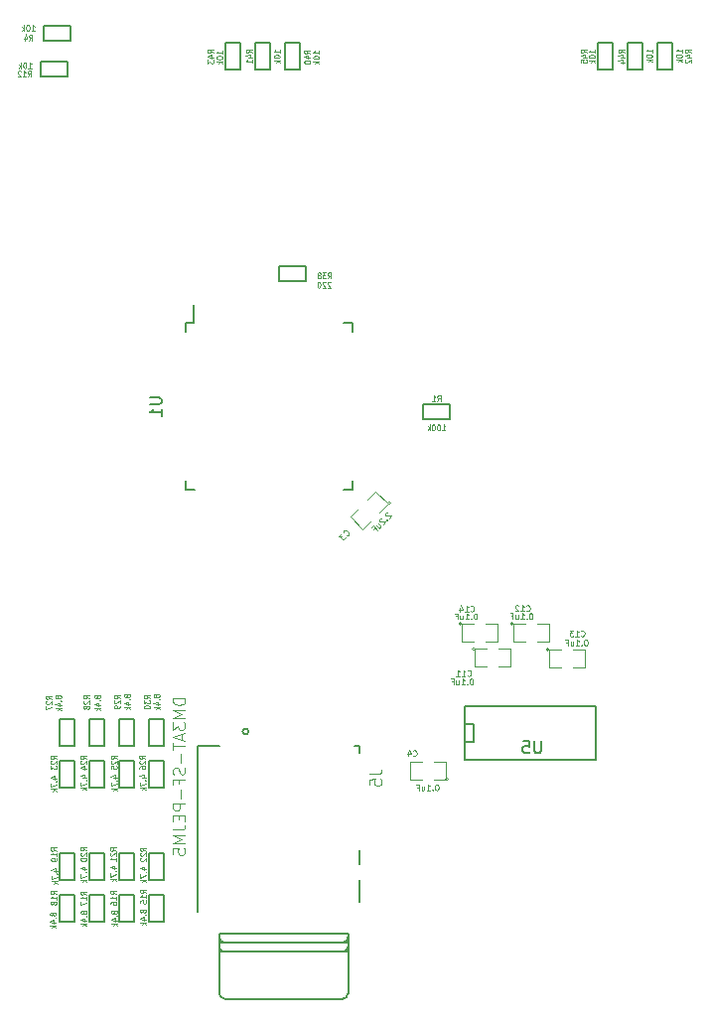
<source format=gbr>
G04 #@! TF.FileFunction,Legend,Bot*
%FSLAX46Y46*%
G04 Gerber Fmt 4.6, Leading zero omitted, Abs format (unit mm)*
G04 Created by KiCad (PCBNEW 4.0.1-stable) date 2017/04/02 21:29:11*
%MOMM*%
G01*
G04 APERTURE LIST*
%ADD10C,0.100000*%
%ADD11C,0.099060*%
%ADD12C,0.127000*%
%ADD13C,0.150000*%
%ADD14C,0.200000*%
%ADD15C,0.109220*%
%ADD16C,0.114300*%
%ADD17C,0.050000*%
G04 APERTURE END LIST*
D10*
D11*
X134103145Y-93428186D02*
G75*
G03X134103145Y-93428186I-127000J0D01*
G01*
X133167922Y-94236409D02*
X133886342Y-93517989D01*
X133886342Y-93517989D02*
X132808711Y-92440358D01*
X132808711Y-92440358D02*
X132090291Y-93158778D01*
X131371870Y-93877199D02*
X130653450Y-94595619D01*
X130653450Y-94595619D02*
X131731081Y-95673250D01*
X131731081Y-95673250D02*
X132449501Y-94954830D01*
X139029440Y-116987320D02*
G75*
G03X139029440Y-116987320I-127000J0D01*
G01*
X137759440Y-116987320D02*
X138775440Y-116987320D01*
X138775440Y-116987320D02*
X138775440Y-115463320D01*
X138775440Y-115463320D02*
X137759440Y-115463320D01*
X136743440Y-115463320D02*
X135727440Y-115463320D01*
X135727440Y-115463320D02*
X135727440Y-116987320D01*
X135727440Y-116987320D02*
X136743440Y-116987320D01*
X141305280Y-105872280D02*
G75*
G03X141305280Y-105872280I-127000J0D01*
G01*
X142321280Y-105872280D02*
X141305280Y-105872280D01*
X141305280Y-105872280D02*
X141305280Y-107396280D01*
X141305280Y-107396280D02*
X142321280Y-107396280D01*
X143337280Y-107396280D02*
X144353280Y-107396280D01*
X144353280Y-107396280D02*
X144353280Y-105872280D01*
X144353280Y-105872280D02*
X143337280Y-105872280D01*
X144536160Y-103738680D02*
G75*
G03X144536160Y-103738680I-127000J0D01*
G01*
X145552160Y-103738680D02*
X144536160Y-103738680D01*
X144536160Y-103738680D02*
X144536160Y-105262680D01*
X144536160Y-105262680D02*
X145552160Y-105262680D01*
X146568160Y-105262680D02*
X147584160Y-105262680D01*
X147584160Y-105262680D02*
X147584160Y-103738680D01*
X147584160Y-103738680D02*
X146568160Y-103738680D01*
X147629880Y-105933240D02*
G75*
G03X147629880Y-105933240I-127000J0D01*
G01*
X148645880Y-105933240D02*
X147629880Y-105933240D01*
X147629880Y-105933240D02*
X147629880Y-107457240D01*
X147629880Y-107457240D02*
X148645880Y-107457240D01*
X149661880Y-107457240D02*
X150677880Y-107457240D01*
X150677880Y-107457240D02*
X150677880Y-105933240D01*
X150677880Y-105933240D02*
X149661880Y-105933240D01*
X140162280Y-103738680D02*
G75*
G03X140162280Y-103738680I-127000J0D01*
G01*
X141178280Y-103738680D02*
X140162280Y-103738680D01*
X140162280Y-103738680D02*
X140162280Y-105262680D01*
X140162280Y-105262680D02*
X141178280Y-105262680D01*
X142194280Y-105262680D02*
X143210280Y-105262680D01*
X143210280Y-105262680D02*
X143210280Y-103738680D01*
X143210280Y-103738680D02*
X142194280Y-103738680D01*
D12*
X136871900Y-86321900D02*
X139157900Y-86321900D01*
X139157900Y-86321900D02*
X139157900Y-85051900D01*
X139157900Y-85051900D02*
X136871900Y-85051900D01*
X136871900Y-85051900D02*
X136871900Y-86321900D01*
X106807000Y-52781200D02*
X104521000Y-52781200D01*
X104521000Y-52781200D02*
X104521000Y-54051200D01*
X104521000Y-54051200D02*
X106807000Y-54051200D01*
X106807000Y-54051200D02*
X106807000Y-52781200D01*
X106527600Y-55829200D02*
X104241600Y-55829200D01*
X104241600Y-55829200D02*
X104241600Y-57099200D01*
X104241600Y-57099200D02*
X106527600Y-57099200D01*
X106527600Y-57099200D02*
X106527600Y-55829200D01*
X113538000Y-126873000D02*
X113538000Y-129159000D01*
X113538000Y-129159000D02*
X114808000Y-129159000D01*
X114808000Y-129159000D02*
X114808000Y-126873000D01*
X114808000Y-126873000D02*
X113538000Y-126873000D01*
X110998000Y-126873000D02*
X110998000Y-129159000D01*
X110998000Y-129159000D02*
X112268000Y-129159000D01*
X112268000Y-129159000D02*
X112268000Y-126873000D01*
X112268000Y-126873000D02*
X110998000Y-126873000D01*
X108458000Y-126869000D02*
X108458000Y-129155000D01*
X108458000Y-129155000D02*
X109728000Y-129155000D01*
X109728000Y-129155000D02*
X109728000Y-126869000D01*
X109728000Y-126869000D02*
X108458000Y-126869000D01*
X105918000Y-126869000D02*
X105918000Y-129155000D01*
X105918000Y-129155000D02*
X107188000Y-129155000D01*
X107188000Y-129155000D02*
X107188000Y-126869000D01*
X107188000Y-126869000D02*
X105918000Y-126869000D01*
X105918000Y-123317000D02*
X105918000Y-125603000D01*
X105918000Y-125603000D02*
X107188000Y-125603000D01*
X107188000Y-125603000D02*
X107188000Y-123317000D01*
X107188000Y-123317000D02*
X105918000Y-123317000D01*
X108458000Y-123313000D02*
X108458000Y-125599000D01*
X108458000Y-125599000D02*
X109728000Y-125599000D01*
X109728000Y-125599000D02*
X109728000Y-123313000D01*
X109728000Y-123313000D02*
X108458000Y-123313000D01*
X110998000Y-123317000D02*
X110998000Y-125603000D01*
X110998000Y-125603000D02*
X112268000Y-125603000D01*
X112268000Y-125603000D02*
X112268000Y-123317000D01*
X112268000Y-123317000D02*
X110998000Y-123317000D01*
X113538000Y-123321000D02*
X113538000Y-125607000D01*
X113538000Y-125607000D02*
X114808000Y-125607000D01*
X114808000Y-125607000D02*
X114808000Y-123321000D01*
X114808000Y-123321000D02*
X113538000Y-123321000D01*
X105918000Y-115443000D02*
X105918000Y-117729000D01*
X105918000Y-117729000D02*
X107188000Y-117729000D01*
X107188000Y-117729000D02*
X107188000Y-115443000D01*
X107188000Y-115443000D02*
X105918000Y-115443000D01*
X108458000Y-115443000D02*
X108458000Y-117729000D01*
X108458000Y-117729000D02*
X109728000Y-117729000D01*
X109728000Y-117729000D02*
X109728000Y-115443000D01*
X109728000Y-115443000D02*
X108458000Y-115443000D01*
X110998000Y-115443000D02*
X110998000Y-117729000D01*
X110998000Y-117729000D02*
X112268000Y-117729000D01*
X112268000Y-117729000D02*
X112268000Y-115443000D01*
X112268000Y-115443000D02*
X110998000Y-115443000D01*
X113538000Y-115443000D02*
X113538000Y-117729000D01*
X113538000Y-117729000D02*
X114808000Y-117729000D01*
X114808000Y-117729000D02*
X114808000Y-115443000D01*
X114808000Y-115443000D02*
X113538000Y-115443000D01*
X107188000Y-114173000D02*
X107188000Y-111887000D01*
X107188000Y-111887000D02*
X105918000Y-111887000D01*
X105918000Y-111887000D02*
X105918000Y-114173000D01*
X105918000Y-114173000D02*
X107188000Y-114173000D01*
X109728000Y-114173000D02*
X109728000Y-111887000D01*
X109728000Y-111887000D02*
X108458000Y-111887000D01*
X108458000Y-111887000D02*
X108458000Y-114173000D01*
X108458000Y-114173000D02*
X109728000Y-114173000D01*
X112268000Y-114173000D02*
X112268000Y-111887000D01*
X112268000Y-111887000D02*
X110998000Y-111887000D01*
X110998000Y-111887000D02*
X110998000Y-114173000D01*
X110998000Y-114173000D02*
X112268000Y-114173000D01*
X114808000Y-114173000D02*
X114808000Y-111887000D01*
X114808000Y-111887000D02*
X113538000Y-111887000D01*
X113538000Y-111887000D02*
X113538000Y-114173000D01*
X113538000Y-114173000D02*
X114808000Y-114173000D01*
X126873000Y-73248520D02*
X124587000Y-73248520D01*
X124587000Y-73248520D02*
X124587000Y-74518520D01*
X124587000Y-74518520D02*
X126873000Y-74518520D01*
X126873000Y-74518520D02*
X126873000Y-73248520D01*
X126375160Y-56494680D02*
X126375160Y-54208680D01*
X126375160Y-54208680D02*
X125105160Y-54208680D01*
X125105160Y-54208680D02*
X125105160Y-56494680D01*
X125105160Y-56494680D02*
X126375160Y-56494680D01*
X123814840Y-56489600D02*
X123814840Y-54203600D01*
X123814840Y-54203600D02*
X122544840Y-54203600D01*
X122544840Y-54203600D02*
X122544840Y-56489600D01*
X122544840Y-56489600D02*
X123814840Y-56489600D01*
X158109920Y-56469280D02*
X158109920Y-54183280D01*
X158109920Y-54183280D02*
X156839920Y-54183280D01*
X156839920Y-54183280D02*
X156839920Y-56469280D01*
X156839920Y-56469280D02*
X158109920Y-56469280D01*
X121290080Y-56484520D02*
X121290080Y-54198520D01*
X121290080Y-54198520D02*
X120020080Y-54198520D01*
X120020080Y-54198520D02*
X120020080Y-56484520D01*
X120020080Y-56484520D02*
X121290080Y-56484520D01*
X155575000Y-56484520D02*
X155575000Y-54198520D01*
X155575000Y-54198520D02*
X154305000Y-54198520D01*
X154305000Y-54198520D02*
X154305000Y-56484520D01*
X154305000Y-56484520D02*
X155575000Y-56484520D01*
X153035000Y-56479440D02*
X153035000Y-54193440D01*
X153035000Y-54193440D02*
X151765000Y-54193440D01*
X151765000Y-54193440D02*
X151765000Y-56479440D01*
X151765000Y-56479440D02*
X153035000Y-56479440D01*
D13*
X116636500Y-78092000D02*
X117286500Y-78092000D01*
X116636500Y-92342000D02*
X117396500Y-92342000D01*
X130886500Y-92342000D02*
X130126500Y-92342000D01*
X130886500Y-78092000D02*
X130126500Y-78092000D01*
X116636500Y-78092000D02*
X116636500Y-78852000D01*
X130886500Y-78092000D02*
X130886500Y-78852000D01*
X130886500Y-92342000D02*
X130886500Y-91582000D01*
X116636500Y-92342000D02*
X116636500Y-91582000D01*
X117286500Y-78092000D02*
X117286500Y-76567000D01*
X140462000Y-113792000D02*
X141224000Y-113792000D01*
X141224000Y-113792000D02*
X141224000Y-112268000D01*
X141224000Y-112268000D02*
X140462000Y-112268000D01*
X151638000Y-115316000D02*
X151638000Y-110744000D01*
X151638000Y-110744000D02*
X140462000Y-110744000D01*
X140462000Y-110744000D02*
X140462000Y-115316000D01*
X140462000Y-115316000D02*
X151638000Y-115316000D01*
D12*
X119480700Y-130414300D02*
X119480700Y-130914300D01*
X119480700Y-130914300D02*
X119980700Y-130914300D01*
X119980700Y-130914300D02*
X129980700Y-130914300D01*
X129980700Y-130914300D02*
X130480700Y-130914300D01*
X130480700Y-130914300D02*
X130480700Y-130414300D01*
X119480700Y-131214300D02*
X119480700Y-131714300D01*
X119480700Y-131714300D02*
X119980700Y-131714300D01*
X119980700Y-131714300D02*
X129980700Y-131714300D01*
X129980700Y-131714300D02*
X130480700Y-131714300D01*
X130480700Y-131714300D02*
X130480700Y-131214300D01*
X130480700Y-130114300D02*
X119480700Y-130114300D01*
X119980700Y-135714300D02*
X129980700Y-135714300D01*
X119480700Y-130114300D02*
X119480700Y-130414300D01*
X119480700Y-130414300D02*
G75*
G03X119980700Y-130914300I500000J0D01*
G01*
X119480700Y-130914300D02*
X119480700Y-131214300D01*
X119480700Y-131214300D02*
G75*
G03X119980700Y-131714300I500000J0D01*
G01*
X119480700Y-131714300D02*
X119480700Y-135214300D01*
X119480700Y-135214300D02*
G75*
G03X119980700Y-135714300I500000J0D01*
G01*
X130480700Y-130114300D02*
X130480700Y-130414300D01*
X130480700Y-130414300D02*
G75*
G02X129980700Y-130914300I-500000J0D01*
G01*
X130480700Y-130914300D02*
X130480700Y-131214300D01*
X130480700Y-131214300D02*
G75*
G02X129980700Y-131714300I-500000J0D01*
G01*
X130480700Y-131714300D02*
X130480700Y-135214300D01*
X130480700Y-135214300D02*
G75*
G02X129980700Y-135714300I-500000J0D01*
G01*
X131030700Y-114164300D02*
X131480700Y-114164300D01*
X131480700Y-114164300D02*
X131480700Y-114714300D01*
X119480700Y-114164300D02*
X117630700Y-114164300D01*
X117630700Y-114164300D02*
X117630700Y-128314300D01*
X131480700Y-123064300D02*
X131480700Y-124264300D01*
X131480700Y-125564300D02*
X131480700Y-127414300D01*
D14*
X121980700Y-112914300D02*
G75*
G03X121980700Y-112914300I-250000J0D01*
G01*
D15*
X130344871Y-96234559D02*
X130378569Y-96234559D01*
X130445963Y-96200861D01*
X130479660Y-96167164D01*
X130513358Y-96099770D01*
X130513358Y-96032375D01*
X130496509Y-95981828D01*
X130445964Y-95897585D01*
X130395418Y-95847039D01*
X130311174Y-95796493D01*
X130260628Y-95779645D01*
X130193233Y-95779645D01*
X130125838Y-95813342D01*
X130092141Y-95847039D01*
X130058444Y-95914434D01*
X130058444Y-95948132D01*
X129906805Y-96032375D02*
X129687773Y-96251407D01*
X129940503Y-96268256D01*
X129889957Y-96318802D01*
X129873108Y-96369348D01*
X129873109Y-96403046D01*
X129889957Y-96453592D01*
X129974200Y-96537835D01*
X130024747Y-96554683D01*
X130058444Y-96554684D01*
X130108990Y-96537834D01*
X130210081Y-96436743D01*
X130226931Y-96386197D01*
X130226930Y-96352500D01*
X133830060Y-94246615D02*
X133796363Y-94246615D01*
X133745816Y-94263464D01*
X133661573Y-94347707D01*
X133644724Y-94398254D01*
X133644725Y-94431951D01*
X133661573Y-94482497D01*
X133695270Y-94516194D01*
X133762665Y-94549891D01*
X134167033Y-94549891D01*
X133948000Y-94768924D01*
X133762665Y-94886864D02*
X133762665Y-94920562D01*
X133796363Y-94920562D01*
X133796363Y-94886864D01*
X133762665Y-94886864D01*
X133796363Y-94920562D01*
X133324601Y-94752075D02*
X133290903Y-94752075D01*
X133240357Y-94768923D01*
X133156113Y-94853167D01*
X133139264Y-94903713D01*
X133139265Y-94937411D01*
X133156113Y-94987957D01*
X133189811Y-95021654D01*
X133257206Y-95055351D01*
X133661573Y-95055351D01*
X133442540Y-95274384D01*
X132903384Y-95341779D02*
X133139264Y-95577660D01*
X133055022Y-95190140D02*
X133240357Y-95375476D01*
X133257206Y-95426022D01*
X133240357Y-95476567D01*
X133189811Y-95527114D01*
X133139265Y-95543963D01*
X133105567Y-95543963D01*
X132667503Y-95678752D02*
X132785443Y-95560811D01*
X132970778Y-95746146D02*
X132616956Y-95392324D01*
X132448469Y-95560811D01*
X136008956Y-114961307D02*
X136032784Y-114985135D01*
X136104267Y-115008962D01*
X136151922Y-115008962D01*
X136223405Y-114985135D01*
X136271060Y-114937480D01*
X136294888Y-114889824D01*
X136318716Y-114794514D01*
X136318716Y-114723031D01*
X136294888Y-114627720D01*
X136271060Y-114580065D01*
X136223405Y-114532410D01*
X136151922Y-114508582D01*
X136104267Y-114508582D01*
X136032784Y-114532410D01*
X136008956Y-114556238D01*
X135580059Y-114675376D02*
X135580059Y-115008962D01*
X135699197Y-114484755D02*
X135818336Y-114842169D01*
X135508576Y-114842169D01*
X138063332Y-117434662D02*
X138015677Y-117434662D01*
X137968022Y-117458490D01*
X137944194Y-117482318D01*
X137920367Y-117529973D01*
X137896539Y-117625283D01*
X137896539Y-117744421D01*
X137920367Y-117839732D01*
X137944194Y-117887387D01*
X137968022Y-117911215D01*
X138015677Y-117935042D01*
X138063332Y-117935042D01*
X138110988Y-117911215D01*
X138134815Y-117887387D01*
X138158643Y-117839732D01*
X138182471Y-117744421D01*
X138182471Y-117625283D01*
X138158643Y-117529973D01*
X138134815Y-117482318D01*
X138110988Y-117458490D01*
X138063332Y-117434662D01*
X137682091Y-117887387D02*
X137658263Y-117911215D01*
X137682091Y-117935042D01*
X137705919Y-117911215D01*
X137682091Y-117887387D01*
X137682091Y-117935042D01*
X137181711Y-117935042D02*
X137467643Y-117935042D01*
X137324677Y-117935042D02*
X137324677Y-117434662D01*
X137372332Y-117506145D01*
X137419987Y-117553800D01*
X137467643Y-117577628D01*
X136752814Y-117601456D02*
X136752814Y-117935042D01*
X136967263Y-117601456D02*
X136967263Y-117863560D01*
X136943435Y-117911215D01*
X136895780Y-117935042D01*
X136824297Y-117935042D01*
X136776642Y-117911215D01*
X136752814Y-117887387D01*
X136347745Y-117672939D02*
X136514538Y-117672939D01*
X136514538Y-117935042D02*
X136514538Y-117434662D01*
X136276262Y-117434662D01*
X140651592Y-108138867D02*
X140675420Y-108162695D01*
X140746903Y-108186522D01*
X140794558Y-108186522D01*
X140866041Y-108162695D01*
X140913696Y-108115040D01*
X140937524Y-108067384D01*
X140961352Y-107972074D01*
X140961352Y-107900591D01*
X140937524Y-107805280D01*
X140913696Y-107757625D01*
X140866041Y-107709970D01*
X140794558Y-107686142D01*
X140746903Y-107686142D01*
X140675420Y-107709970D01*
X140651592Y-107733798D01*
X140175040Y-108186522D02*
X140460972Y-108186522D01*
X140318006Y-108186522D02*
X140318006Y-107686142D01*
X140365661Y-107757625D01*
X140413316Y-107805280D01*
X140460972Y-107829108D01*
X139698488Y-108186522D02*
X139984420Y-108186522D01*
X139841454Y-108186522D02*
X139841454Y-107686142D01*
X139889109Y-107757625D01*
X139936764Y-107805280D01*
X139984420Y-107829108D01*
X141009732Y-108417662D02*
X140962077Y-108417662D01*
X140914422Y-108441490D01*
X140890594Y-108465318D01*
X140866767Y-108512973D01*
X140842939Y-108608283D01*
X140842939Y-108727421D01*
X140866767Y-108822732D01*
X140890594Y-108870387D01*
X140914422Y-108894215D01*
X140962077Y-108918042D01*
X141009732Y-108918042D01*
X141057388Y-108894215D01*
X141081215Y-108870387D01*
X141105043Y-108822732D01*
X141128871Y-108727421D01*
X141128871Y-108608283D01*
X141105043Y-108512973D01*
X141081215Y-108465318D01*
X141057388Y-108441490D01*
X141009732Y-108417662D01*
X140628491Y-108870387D02*
X140604663Y-108894215D01*
X140628491Y-108918042D01*
X140652319Y-108894215D01*
X140628491Y-108870387D01*
X140628491Y-108918042D01*
X140128111Y-108918042D02*
X140414043Y-108918042D01*
X140271077Y-108918042D02*
X140271077Y-108417662D01*
X140318732Y-108489145D01*
X140366387Y-108536800D01*
X140414043Y-108560628D01*
X139699214Y-108584456D02*
X139699214Y-108918042D01*
X139913663Y-108584456D02*
X139913663Y-108846560D01*
X139889835Y-108894215D01*
X139842180Y-108918042D01*
X139770697Y-108918042D01*
X139723042Y-108894215D01*
X139699214Y-108870387D01*
X139294145Y-108655939D02*
X139460938Y-108655939D01*
X139460938Y-108918042D02*
X139460938Y-108417662D01*
X139222662Y-108417662D01*
X145665552Y-102621987D02*
X145689380Y-102645815D01*
X145760863Y-102669642D01*
X145808518Y-102669642D01*
X145880001Y-102645815D01*
X145927656Y-102598160D01*
X145951484Y-102550504D01*
X145975312Y-102455194D01*
X145975312Y-102383711D01*
X145951484Y-102288400D01*
X145927656Y-102240745D01*
X145880001Y-102193090D01*
X145808518Y-102169262D01*
X145760863Y-102169262D01*
X145689380Y-102193090D01*
X145665552Y-102216918D01*
X145189000Y-102669642D02*
X145474932Y-102669642D01*
X145331966Y-102669642D02*
X145331966Y-102169262D01*
X145379621Y-102240745D01*
X145427276Y-102288400D01*
X145474932Y-102312228D01*
X144998380Y-102216918D02*
X144974552Y-102193090D01*
X144926897Y-102169262D01*
X144807759Y-102169262D01*
X144760103Y-102193090D01*
X144736276Y-102216918D01*
X144712448Y-102264573D01*
X144712448Y-102312228D01*
X144736276Y-102383711D01*
X145022207Y-102669642D01*
X144712448Y-102669642D01*
X146074492Y-102824582D02*
X146026837Y-102824582D01*
X145979182Y-102848410D01*
X145955354Y-102872238D01*
X145931527Y-102919893D01*
X145907699Y-103015203D01*
X145907699Y-103134341D01*
X145931527Y-103229652D01*
X145955354Y-103277307D01*
X145979182Y-103301135D01*
X146026837Y-103324962D01*
X146074492Y-103324962D01*
X146122148Y-103301135D01*
X146145975Y-103277307D01*
X146169803Y-103229652D01*
X146193631Y-103134341D01*
X146193631Y-103015203D01*
X146169803Y-102919893D01*
X146145975Y-102872238D01*
X146122148Y-102848410D01*
X146074492Y-102824582D01*
X145693251Y-103277307D02*
X145669423Y-103301135D01*
X145693251Y-103324962D01*
X145717079Y-103301135D01*
X145693251Y-103277307D01*
X145693251Y-103324962D01*
X145192871Y-103324962D02*
X145478803Y-103324962D01*
X145335837Y-103324962D02*
X145335837Y-102824582D01*
X145383492Y-102896065D01*
X145431147Y-102943720D01*
X145478803Y-102967548D01*
X144763974Y-102991376D02*
X144763974Y-103324962D01*
X144978423Y-102991376D02*
X144978423Y-103253480D01*
X144954595Y-103301135D01*
X144906940Y-103324962D01*
X144835457Y-103324962D01*
X144787802Y-103301135D01*
X144763974Y-103277307D01*
X144358905Y-103062859D02*
X144525698Y-103062859D01*
X144525698Y-103324962D02*
X144525698Y-102824582D01*
X144287422Y-102824582D01*
X150323912Y-104765747D02*
X150347740Y-104789575D01*
X150419223Y-104813402D01*
X150466878Y-104813402D01*
X150538361Y-104789575D01*
X150586016Y-104741920D01*
X150609844Y-104694264D01*
X150633672Y-104598954D01*
X150633672Y-104527471D01*
X150609844Y-104432160D01*
X150586016Y-104384505D01*
X150538361Y-104336850D01*
X150466878Y-104313022D01*
X150419223Y-104313022D01*
X150347740Y-104336850D01*
X150323912Y-104360678D01*
X149847360Y-104813402D02*
X150133292Y-104813402D01*
X149990326Y-104813402D02*
X149990326Y-104313022D01*
X150037981Y-104384505D01*
X150085636Y-104432160D01*
X150133292Y-104455988D01*
X149680567Y-104313022D02*
X149370808Y-104313022D01*
X149537601Y-104503643D01*
X149466119Y-104503643D01*
X149418463Y-104527471D01*
X149394636Y-104551299D01*
X149370808Y-104598954D01*
X149370808Y-104718092D01*
X149394636Y-104765747D01*
X149418463Y-104789575D01*
X149466119Y-104813402D01*
X149609084Y-104813402D01*
X149656740Y-104789575D01*
X149680567Y-104765747D01*
X150763332Y-105085182D02*
X150715677Y-105085182D01*
X150668022Y-105109010D01*
X150644194Y-105132838D01*
X150620367Y-105180493D01*
X150596539Y-105275803D01*
X150596539Y-105394941D01*
X150620367Y-105490252D01*
X150644194Y-105537907D01*
X150668022Y-105561735D01*
X150715677Y-105585562D01*
X150763332Y-105585562D01*
X150810988Y-105561735D01*
X150834815Y-105537907D01*
X150858643Y-105490252D01*
X150882471Y-105394941D01*
X150882471Y-105275803D01*
X150858643Y-105180493D01*
X150834815Y-105132838D01*
X150810988Y-105109010D01*
X150763332Y-105085182D01*
X150382091Y-105537907D02*
X150358263Y-105561735D01*
X150382091Y-105585562D01*
X150405919Y-105561735D01*
X150382091Y-105537907D01*
X150382091Y-105585562D01*
X149881711Y-105585562D02*
X150167643Y-105585562D01*
X150024677Y-105585562D02*
X150024677Y-105085182D01*
X150072332Y-105156665D01*
X150119987Y-105204320D01*
X150167643Y-105228148D01*
X149452814Y-105251976D02*
X149452814Y-105585562D01*
X149667263Y-105251976D02*
X149667263Y-105514080D01*
X149643435Y-105561735D01*
X149595780Y-105585562D01*
X149524297Y-105585562D01*
X149476642Y-105561735D01*
X149452814Y-105537907D01*
X149047745Y-105323459D02*
X149214538Y-105323459D01*
X149214538Y-105585562D02*
X149214538Y-105085182D01*
X148976262Y-105085182D01*
X140910672Y-102637227D02*
X140934500Y-102661055D01*
X141005983Y-102684882D01*
X141053638Y-102684882D01*
X141125121Y-102661055D01*
X141172776Y-102613400D01*
X141196604Y-102565744D01*
X141220432Y-102470434D01*
X141220432Y-102398951D01*
X141196604Y-102303640D01*
X141172776Y-102255985D01*
X141125121Y-102208330D01*
X141053638Y-102184502D01*
X141005983Y-102184502D01*
X140934500Y-102208330D01*
X140910672Y-102232158D01*
X140434120Y-102684882D02*
X140720052Y-102684882D01*
X140577086Y-102684882D02*
X140577086Y-102184502D01*
X140624741Y-102255985D01*
X140672396Y-102303640D01*
X140720052Y-102327468D01*
X140005223Y-102351296D02*
X140005223Y-102684882D01*
X140124361Y-102160675D02*
X140243500Y-102518089D01*
X139933740Y-102518089D01*
X141350092Y-102855062D02*
X141302437Y-102855062D01*
X141254782Y-102878890D01*
X141230954Y-102902718D01*
X141207127Y-102950373D01*
X141183299Y-103045683D01*
X141183299Y-103164821D01*
X141207127Y-103260132D01*
X141230954Y-103307787D01*
X141254782Y-103331615D01*
X141302437Y-103355442D01*
X141350092Y-103355442D01*
X141397748Y-103331615D01*
X141421575Y-103307787D01*
X141445403Y-103260132D01*
X141469231Y-103164821D01*
X141469231Y-103045683D01*
X141445403Y-102950373D01*
X141421575Y-102902718D01*
X141397748Y-102878890D01*
X141350092Y-102855062D01*
X140968851Y-103307787D02*
X140945023Y-103331615D01*
X140968851Y-103355442D01*
X140992679Y-103331615D01*
X140968851Y-103307787D01*
X140968851Y-103355442D01*
X140468471Y-103355442D02*
X140754403Y-103355442D01*
X140611437Y-103355442D02*
X140611437Y-102855062D01*
X140659092Y-102926545D01*
X140706747Y-102974200D01*
X140754403Y-102998028D01*
X140039574Y-103021856D02*
X140039574Y-103355442D01*
X140254023Y-103021856D02*
X140254023Y-103283960D01*
X140230195Y-103331615D01*
X140182540Y-103355442D01*
X140111057Y-103355442D01*
X140063402Y-103331615D01*
X140039574Y-103307787D01*
X139634505Y-103093339D02*
X139801298Y-103093339D01*
X139801298Y-103355442D02*
X139801298Y-102855062D01*
X139563022Y-102855062D01*
D16*
X138091100Y-84773710D02*
X138243500Y-84531805D01*
X138352357Y-84773710D02*
X138352357Y-84265710D01*
X138178185Y-84265710D01*
X138134643Y-84289900D01*
X138112871Y-84314090D01*
X138091100Y-84362471D01*
X138091100Y-84435043D01*
X138112871Y-84483424D01*
X138134643Y-84507614D01*
X138178185Y-84531805D01*
X138352357Y-84531805D01*
X137655671Y-84773710D02*
X137916928Y-84773710D01*
X137786300Y-84773710D02*
X137786300Y-84265710D01*
X137829843Y-84338281D01*
X137873385Y-84386662D01*
X137916928Y-84410852D01*
X138488057Y-87262910D02*
X138749314Y-87262910D01*
X138618686Y-87262910D02*
X138618686Y-86754910D01*
X138662229Y-86827481D01*
X138705771Y-86875862D01*
X138749314Y-86900052D01*
X138205028Y-86754910D02*
X138161485Y-86754910D01*
X138117942Y-86779100D01*
X138096171Y-86803290D01*
X138074400Y-86851671D01*
X138052628Y-86948433D01*
X138052628Y-87069386D01*
X138074400Y-87166148D01*
X138096171Y-87214529D01*
X138117942Y-87238719D01*
X138161485Y-87262910D01*
X138205028Y-87262910D01*
X138248571Y-87238719D01*
X138270342Y-87214529D01*
X138292114Y-87166148D01*
X138313885Y-87069386D01*
X138313885Y-86948433D01*
X138292114Y-86851671D01*
X138270342Y-86803290D01*
X138248571Y-86779100D01*
X138205028Y-86754910D01*
X137769599Y-86754910D02*
X137726056Y-86754910D01*
X137682513Y-86779100D01*
X137660742Y-86803290D01*
X137638971Y-86851671D01*
X137617199Y-86948433D01*
X137617199Y-87069386D01*
X137638971Y-87166148D01*
X137660742Y-87214529D01*
X137682513Y-87238719D01*
X137726056Y-87262910D01*
X137769599Y-87262910D01*
X137813142Y-87238719D01*
X137834913Y-87214529D01*
X137856685Y-87166148D01*
X137878456Y-87069386D01*
X137878456Y-86948433D01*
X137856685Y-86851671D01*
X137834913Y-86803290D01*
X137813142Y-86779100D01*
X137769599Y-86754910D01*
X137421256Y-87262910D02*
X137421256Y-86754910D01*
X137377713Y-87069386D02*
X137247084Y-87262910D01*
X137247084Y-86924243D02*
X137421256Y-87117767D01*
X103276400Y-54001610D02*
X103428800Y-53759705D01*
X103537657Y-54001610D02*
X103537657Y-53493610D01*
X103363485Y-53493610D01*
X103319943Y-53517800D01*
X103298171Y-53541990D01*
X103276400Y-53590371D01*
X103276400Y-53662943D01*
X103298171Y-53711324D01*
X103319943Y-53735514D01*
X103363485Y-53759705D01*
X103537657Y-53759705D01*
X102884514Y-53662943D02*
X102884514Y-54001610D01*
X102993371Y-53469419D02*
X103102228Y-53832276D01*
X102819200Y-53832276D01*
X103472343Y-53188810D02*
X103733600Y-53188810D01*
X103602972Y-53188810D02*
X103602972Y-52680810D01*
X103646515Y-52753381D01*
X103690057Y-52801762D01*
X103733600Y-52825952D01*
X103189314Y-52680810D02*
X103145771Y-52680810D01*
X103102228Y-52705000D01*
X103080457Y-52729190D01*
X103058686Y-52777571D01*
X103036914Y-52874333D01*
X103036914Y-52995286D01*
X103058686Y-53092048D01*
X103080457Y-53140429D01*
X103102228Y-53164619D01*
X103145771Y-53188810D01*
X103189314Y-53188810D01*
X103232857Y-53164619D01*
X103254628Y-53140429D01*
X103276400Y-53092048D01*
X103298171Y-52995286D01*
X103298171Y-52874333D01*
X103276400Y-52777571D01*
X103254628Y-52729190D01*
X103232857Y-52705000D01*
X103189314Y-52680810D01*
X102840971Y-53188810D02*
X102840971Y-52680810D01*
X102797428Y-52995286D02*
X102666799Y-53188810D01*
X102666799Y-52850143D02*
X102840971Y-53043667D01*
X103163915Y-57113110D02*
X103316315Y-56871205D01*
X103425172Y-57113110D02*
X103425172Y-56605110D01*
X103251000Y-56605110D01*
X103207458Y-56629300D01*
X103185686Y-56653490D01*
X103163915Y-56701871D01*
X103163915Y-56774443D01*
X103185686Y-56822824D01*
X103207458Y-56847014D01*
X103251000Y-56871205D01*
X103425172Y-56871205D01*
X102728486Y-57113110D02*
X102989743Y-57113110D01*
X102859115Y-57113110D02*
X102859115Y-56605110D01*
X102902658Y-56677681D01*
X102946200Y-56726062D01*
X102989743Y-56750252D01*
X102554314Y-56653490D02*
X102532543Y-56629300D01*
X102489000Y-56605110D01*
X102380143Y-56605110D01*
X102336600Y-56629300D01*
X102314829Y-56653490D01*
X102293057Y-56701871D01*
X102293057Y-56750252D01*
X102314829Y-56822824D01*
X102576086Y-57113110D01*
X102293057Y-57113110D01*
X103205643Y-56389210D02*
X103466900Y-56389210D01*
X103336272Y-56389210D02*
X103336272Y-55881210D01*
X103379815Y-55953781D01*
X103423357Y-56002162D01*
X103466900Y-56026352D01*
X102922614Y-55881210D02*
X102879071Y-55881210D01*
X102835528Y-55905400D01*
X102813757Y-55929590D01*
X102791986Y-55977971D01*
X102770214Y-56074733D01*
X102770214Y-56195686D01*
X102791986Y-56292448D01*
X102813757Y-56340829D01*
X102835528Y-56365019D01*
X102879071Y-56389210D01*
X102922614Y-56389210D01*
X102966157Y-56365019D01*
X102987928Y-56340829D01*
X103009700Y-56292448D01*
X103031471Y-56195686D01*
X103031471Y-56074733D01*
X103009700Y-55977971D01*
X102987928Y-55929590D01*
X102966157Y-55905400D01*
X102922614Y-55881210D01*
X102574271Y-56389210D02*
X102574271Y-55881210D01*
X102530728Y-56195686D02*
X102400099Y-56389210D01*
X102400099Y-56050543D02*
X102574271Y-56244067D01*
X113272510Y-126706085D02*
X113030605Y-126553685D01*
X113272510Y-126444828D02*
X112764510Y-126444828D01*
X112764510Y-126619000D01*
X112788700Y-126662542D01*
X112812890Y-126684314D01*
X112861271Y-126706085D01*
X112933843Y-126706085D01*
X112982224Y-126684314D01*
X113006414Y-126662542D01*
X113030605Y-126619000D01*
X113030605Y-126444828D01*
X113272510Y-127141514D02*
X113272510Y-126880257D01*
X113272510Y-127010885D02*
X112764510Y-127010885D01*
X112837081Y-126967342D01*
X112885462Y-126923800D01*
X112909652Y-126880257D01*
X112764510Y-127555171D02*
X112764510Y-127337457D01*
X113006414Y-127315686D01*
X112982224Y-127337457D01*
X112958033Y-127381000D01*
X112958033Y-127489857D01*
X112982224Y-127533400D01*
X113006414Y-127555171D01*
X113054795Y-127576943D01*
X113175748Y-127576943D01*
X113224129Y-127555171D01*
X113248319Y-127533400D01*
X113272510Y-127489857D01*
X113272510Y-127381000D01*
X113248319Y-127337457D01*
X113224129Y-127315686D01*
X112956824Y-128172028D02*
X112932633Y-128128486D01*
X112908443Y-128106714D01*
X112860062Y-128084943D01*
X112835871Y-128084943D01*
X112787490Y-128106714D01*
X112763300Y-128128486D01*
X112739110Y-128172028D01*
X112739110Y-128259114D01*
X112763300Y-128302657D01*
X112787490Y-128324428D01*
X112835871Y-128346200D01*
X112860062Y-128346200D01*
X112908443Y-128324428D01*
X112932633Y-128302657D01*
X112956824Y-128259114D01*
X112956824Y-128172028D01*
X112981014Y-128128486D01*
X113005205Y-128106714D01*
X113053586Y-128084943D01*
X113150348Y-128084943D01*
X113198729Y-128106714D01*
X113222919Y-128128486D01*
X113247110Y-128172028D01*
X113247110Y-128259114D01*
X113222919Y-128302657D01*
X113198729Y-128324428D01*
X113150348Y-128346200D01*
X113053586Y-128346200D01*
X113005205Y-128324428D01*
X112981014Y-128302657D01*
X112956824Y-128259114D01*
X113198729Y-128542143D02*
X113222919Y-128563915D01*
X113247110Y-128542143D01*
X113222919Y-128520372D01*
X113198729Y-128542143D01*
X113247110Y-128542143D01*
X112908443Y-128955800D02*
X113247110Y-128955800D01*
X112714919Y-128846943D02*
X113077776Y-128738086D01*
X113077776Y-129021114D01*
X113247110Y-129195286D02*
X112739110Y-129195286D01*
X113053586Y-129238829D02*
X113247110Y-129369458D01*
X112908443Y-129369458D02*
X113101967Y-129195286D01*
X110732510Y-126807685D02*
X110490605Y-126655285D01*
X110732510Y-126546428D02*
X110224510Y-126546428D01*
X110224510Y-126720600D01*
X110248700Y-126764142D01*
X110272890Y-126785914D01*
X110321271Y-126807685D01*
X110393843Y-126807685D01*
X110442224Y-126785914D01*
X110466414Y-126764142D01*
X110490605Y-126720600D01*
X110490605Y-126546428D01*
X110732510Y-127243114D02*
X110732510Y-126981857D01*
X110732510Y-127112485D02*
X110224510Y-127112485D01*
X110297081Y-127068942D01*
X110345462Y-127025400D01*
X110369652Y-126981857D01*
X110224510Y-127635000D02*
X110224510Y-127547914D01*
X110248700Y-127504371D01*
X110272890Y-127482600D01*
X110345462Y-127439057D01*
X110442224Y-127417286D01*
X110635748Y-127417286D01*
X110684129Y-127439057D01*
X110708319Y-127460829D01*
X110732510Y-127504371D01*
X110732510Y-127591457D01*
X110708319Y-127635000D01*
X110684129Y-127656771D01*
X110635748Y-127678543D01*
X110514795Y-127678543D01*
X110466414Y-127656771D01*
X110442224Y-127635000D01*
X110418033Y-127591457D01*
X110418033Y-127504371D01*
X110442224Y-127460829D01*
X110466414Y-127439057D01*
X110514795Y-127417286D01*
X110493024Y-128273628D02*
X110468833Y-128230086D01*
X110444643Y-128208314D01*
X110396262Y-128186543D01*
X110372071Y-128186543D01*
X110323690Y-128208314D01*
X110299500Y-128230086D01*
X110275310Y-128273628D01*
X110275310Y-128360714D01*
X110299500Y-128404257D01*
X110323690Y-128426028D01*
X110372071Y-128447800D01*
X110396262Y-128447800D01*
X110444643Y-128426028D01*
X110468833Y-128404257D01*
X110493024Y-128360714D01*
X110493024Y-128273628D01*
X110517214Y-128230086D01*
X110541405Y-128208314D01*
X110589786Y-128186543D01*
X110686548Y-128186543D01*
X110734929Y-128208314D01*
X110759119Y-128230086D01*
X110783310Y-128273628D01*
X110783310Y-128360714D01*
X110759119Y-128404257D01*
X110734929Y-128426028D01*
X110686548Y-128447800D01*
X110589786Y-128447800D01*
X110541405Y-128426028D01*
X110517214Y-128404257D01*
X110493024Y-128360714D01*
X110734929Y-128643743D02*
X110759119Y-128665515D01*
X110783310Y-128643743D01*
X110759119Y-128621972D01*
X110734929Y-128643743D01*
X110783310Y-128643743D01*
X110444643Y-129057400D02*
X110783310Y-129057400D01*
X110251119Y-128948543D02*
X110613976Y-128839686D01*
X110613976Y-129122714D01*
X110783310Y-129296886D02*
X110275310Y-129296886D01*
X110589786Y-129340429D02*
X110783310Y-129471058D01*
X110444643Y-129471058D02*
X110638167Y-129296886D01*
X108192510Y-126829085D02*
X107950605Y-126676685D01*
X108192510Y-126567828D02*
X107684510Y-126567828D01*
X107684510Y-126742000D01*
X107708700Y-126785542D01*
X107732890Y-126807314D01*
X107781271Y-126829085D01*
X107853843Y-126829085D01*
X107902224Y-126807314D01*
X107926414Y-126785542D01*
X107950605Y-126742000D01*
X107950605Y-126567828D01*
X108192510Y-127264514D02*
X108192510Y-127003257D01*
X108192510Y-127133885D02*
X107684510Y-127133885D01*
X107757081Y-127090342D01*
X107805462Y-127046800D01*
X107829652Y-127003257D01*
X107684510Y-127416914D02*
X107684510Y-127721714D01*
X108192510Y-127525771D01*
X107902224Y-128295028D02*
X107878033Y-128251486D01*
X107853843Y-128229714D01*
X107805462Y-128207943D01*
X107781271Y-128207943D01*
X107732890Y-128229714D01*
X107708700Y-128251486D01*
X107684510Y-128295028D01*
X107684510Y-128382114D01*
X107708700Y-128425657D01*
X107732890Y-128447428D01*
X107781271Y-128469200D01*
X107805462Y-128469200D01*
X107853843Y-128447428D01*
X107878033Y-128425657D01*
X107902224Y-128382114D01*
X107902224Y-128295028D01*
X107926414Y-128251486D01*
X107950605Y-128229714D01*
X107998986Y-128207943D01*
X108095748Y-128207943D01*
X108144129Y-128229714D01*
X108168319Y-128251486D01*
X108192510Y-128295028D01*
X108192510Y-128382114D01*
X108168319Y-128425657D01*
X108144129Y-128447428D01*
X108095748Y-128469200D01*
X107998986Y-128469200D01*
X107950605Y-128447428D01*
X107926414Y-128425657D01*
X107902224Y-128382114D01*
X108144129Y-128665143D02*
X108168319Y-128686915D01*
X108192510Y-128665143D01*
X108168319Y-128643372D01*
X108144129Y-128665143D01*
X108192510Y-128665143D01*
X107853843Y-129078800D02*
X108192510Y-129078800D01*
X107660319Y-128969943D02*
X108023176Y-128861086D01*
X108023176Y-129144114D01*
X108192510Y-129318286D02*
X107684510Y-129318286D01*
X107998986Y-129361829D02*
X108192510Y-129492458D01*
X107853843Y-129492458D02*
X108047367Y-129318286D01*
X105627110Y-126803685D02*
X105385205Y-126651285D01*
X105627110Y-126542428D02*
X105119110Y-126542428D01*
X105119110Y-126716600D01*
X105143300Y-126760142D01*
X105167490Y-126781914D01*
X105215871Y-126803685D01*
X105288443Y-126803685D01*
X105336824Y-126781914D01*
X105361014Y-126760142D01*
X105385205Y-126716600D01*
X105385205Y-126542428D01*
X105627110Y-127239114D02*
X105627110Y-126977857D01*
X105627110Y-127108485D02*
X105119110Y-127108485D01*
X105191681Y-127064942D01*
X105240062Y-127021400D01*
X105264252Y-126977857D01*
X105336824Y-127500371D02*
X105312633Y-127456829D01*
X105288443Y-127435057D01*
X105240062Y-127413286D01*
X105215871Y-127413286D01*
X105167490Y-127435057D01*
X105143300Y-127456829D01*
X105119110Y-127500371D01*
X105119110Y-127587457D01*
X105143300Y-127631000D01*
X105167490Y-127652771D01*
X105215871Y-127674543D01*
X105240062Y-127674543D01*
X105288443Y-127652771D01*
X105312633Y-127631000D01*
X105336824Y-127587457D01*
X105336824Y-127500371D01*
X105361014Y-127456829D01*
X105385205Y-127435057D01*
X105433586Y-127413286D01*
X105530348Y-127413286D01*
X105578729Y-127435057D01*
X105602919Y-127456829D01*
X105627110Y-127500371D01*
X105627110Y-127587457D01*
X105602919Y-127631000D01*
X105578729Y-127652771D01*
X105530348Y-127674543D01*
X105433586Y-127674543D01*
X105385205Y-127652771D01*
X105361014Y-127631000D01*
X105336824Y-127587457D01*
X105286024Y-128422028D02*
X105261833Y-128378486D01*
X105237643Y-128356714D01*
X105189262Y-128334943D01*
X105165071Y-128334943D01*
X105116690Y-128356714D01*
X105092500Y-128378486D01*
X105068310Y-128422028D01*
X105068310Y-128509114D01*
X105092500Y-128552657D01*
X105116690Y-128574428D01*
X105165071Y-128596200D01*
X105189262Y-128596200D01*
X105237643Y-128574428D01*
X105261833Y-128552657D01*
X105286024Y-128509114D01*
X105286024Y-128422028D01*
X105310214Y-128378486D01*
X105334405Y-128356714D01*
X105382786Y-128334943D01*
X105479548Y-128334943D01*
X105527929Y-128356714D01*
X105552119Y-128378486D01*
X105576310Y-128422028D01*
X105576310Y-128509114D01*
X105552119Y-128552657D01*
X105527929Y-128574428D01*
X105479548Y-128596200D01*
X105382786Y-128596200D01*
X105334405Y-128574428D01*
X105310214Y-128552657D01*
X105286024Y-128509114D01*
X105527929Y-128792143D02*
X105552119Y-128813915D01*
X105576310Y-128792143D01*
X105552119Y-128770372D01*
X105527929Y-128792143D01*
X105576310Y-128792143D01*
X105237643Y-129205800D02*
X105576310Y-129205800D01*
X105044119Y-129096943D02*
X105406976Y-128988086D01*
X105406976Y-129271114D01*
X105576310Y-129445286D02*
X105068310Y-129445286D01*
X105382786Y-129488829D02*
X105576310Y-129619458D01*
X105237643Y-129619458D02*
X105431167Y-129445286D01*
X105652510Y-123086585D02*
X105410605Y-122934185D01*
X105652510Y-122825328D02*
X105144510Y-122825328D01*
X105144510Y-122999500D01*
X105168700Y-123043042D01*
X105192890Y-123064814D01*
X105241271Y-123086585D01*
X105313843Y-123086585D01*
X105362224Y-123064814D01*
X105386414Y-123043042D01*
X105410605Y-122999500D01*
X105410605Y-122825328D01*
X105652510Y-123522014D02*
X105652510Y-123260757D01*
X105652510Y-123391385D02*
X105144510Y-123391385D01*
X105217081Y-123347842D01*
X105265462Y-123304300D01*
X105289652Y-123260757D01*
X105652510Y-123739729D02*
X105652510Y-123826814D01*
X105628319Y-123870357D01*
X105604129Y-123892129D01*
X105531557Y-123935671D01*
X105434795Y-123957443D01*
X105241271Y-123957443D01*
X105192890Y-123935671D01*
X105168700Y-123913900D01*
X105144510Y-123870357D01*
X105144510Y-123783271D01*
X105168700Y-123739729D01*
X105192890Y-123717957D01*
X105241271Y-123696186D01*
X105362224Y-123696186D01*
X105410605Y-123717957D01*
X105434795Y-123739729D01*
X105458986Y-123783271D01*
X105458986Y-123870357D01*
X105434795Y-123913900D01*
X105410605Y-123935671D01*
X105362224Y-123957443D01*
X105339243Y-124810157D02*
X105677910Y-124810157D01*
X105145719Y-124701300D02*
X105508576Y-124592443D01*
X105508576Y-124875471D01*
X105629529Y-125049643D02*
X105653719Y-125071415D01*
X105677910Y-125049643D01*
X105653719Y-125027872D01*
X105629529Y-125049643D01*
X105677910Y-125049643D01*
X105169910Y-125223814D02*
X105169910Y-125528614D01*
X105677910Y-125332671D01*
X105677910Y-125702786D02*
X105169910Y-125702786D01*
X105484386Y-125746329D02*
X105677910Y-125876958D01*
X105339243Y-125876958D02*
X105532767Y-125702786D01*
X108167110Y-123082585D02*
X107925205Y-122930185D01*
X108167110Y-122821328D02*
X107659110Y-122821328D01*
X107659110Y-122995500D01*
X107683300Y-123039042D01*
X107707490Y-123060814D01*
X107755871Y-123082585D01*
X107828443Y-123082585D01*
X107876824Y-123060814D01*
X107901014Y-123039042D01*
X107925205Y-122995500D01*
X107925205Y-122821328D01*
X107707490Y-123256757D02*
X107683300Y-123278528D01*
X107659110Y-123322071D01*
X107659110Y-123430928D01*
X107683300Y-123474471D01*
X107707490Y-123496242D01*
X107755871Y-123518014D01*
X107804252Y-123518014D01*
X107876824Y-123496242D01*
X108167110Y-123234985D01*
X108167110Y-123518014D01*
X107659110Y-123801043D02*
X107659110Y-123844586D01*
X107683300Y-123888129D01*
X107707490Y-123909900D01*
X107755871Y-123931671D01*
X107852633Y-123953443D01*
X107973586Y-123953443D01*
X108070348Y-123931671D01*
X108118729Y-123909900D01*
X108142919Y-123888129D01*
X108167110Y-123844586D01*
X108167110Y-123801043D01*
X108142919Y-123757500D01*
X108118729Y-123735729D01*
X108070348Y-123713957D01*
X107973586Y-123692186D01*
X107852633Y-123692186D01*
X107755871Y-123713957D01*
X107707490Y-123735729D01*
X107683300Y-123757500D01*
X107659110Y-123801043D01*
X107828443Y-124679157D02*
X108167110Y-124679157D01*
X107634919Y-124570300D02*
X107997776Y-124461443D01*
X107997776Y-124744471D01*
X108118729Y-124918643D02*
X108142919Y-124940415D01*
X108167110Y-124918643D01*
X108142919Y-124896872D01*
X108118729Y-124918643D01*
X108167110Y-124918643D01*
X107659110Y-125092814D02*
X107659110Y-125397614D01*
X108167110Y-125201671D01*
X108167110Y-125571786D02*
X107659110Y-125571786D01*
X107973586Y-125615329D02*
X108167110Y-125745958D01*
X107828443Y-125745958D02*
X108021967Y-125571786D01*
X110681710Y-123086585D02*
X110439805Y-122934185D01*
X110681710Y-122825328D02*
X110173710Y-122825328D01*
X110173710Y-122999500D01*
X110197900Y-123043042D01*
X110222090Y-123064814D01*
X110270471Y-123086585D01*
X110343043Y-123086585D01*
X110391424Y-123064814D01*
X110415614Y-123043042D01*
X110439805Y-122999500D01*
X110439805Y-122825328D01*
X110222090Y-123260757D02*
X110197900Y-123282528D01*
X110173710Y-123326071D01*
X110173710Y-123434928D01*
X110197900Y-123478471D01*
X110222090Y-123500242D01*
X110270471Y-123522014D01*
X110318852Y-123522014D01*
X110391424Y-123500242D01*
X110681710Y-123238985D01*
X110681710Y-123522014D01*
X110681710Y-123957443D02*
X110681710Y-123696186D01*
X110681710Y-123826814D02*
X110173710Y-123826814D01*
X110246281Y-123783271D01*
X110294662Y-123739729D01*
X110318852Y-123696186D01*
X110368443Y-124581557D02*
X110707110Y-124581557D01*
X110174919Y-124472700D02*
X110537776Y-124363843D01*
X110537776Y-124646871D01*
X110658729Y-124821043D02*
X110682919Y-124842815D01*
X110707110Y-124821043D01*
X110682919Y-124799272D01*
X110658729Y-124821043D01*
X110707110Y-124821043D01*
X110199110Y-124995214D02*
X110199110Y-125300014D01*
X110707110Y-125104071D01*
X110707110Y-125474186D02*
X110199110Y-125474186D01*
X110513586Y-125517729D02*
X110707110Y-125648358D01*
X110368443Y-125648358D02*
X110561967Y-125474186D01*
X113247110Y-123090585D02*
X113005205Y-122938185D01*
X113247110Y-122829328D02*
X112739110Y-122829328D01*
X112739110Y-123003500D01*
X112763300Y-123047042D01*
X112787490Y-123068814D01*
X112835871Y-123090585D01*
X112908443Y-123090585D01*
X112956824Y-123068814D01*
X112981014Y-123047042D01*
X113005205Y-123003500D01*
X113005205Y-122829328D01*
X112787490Y-123264757D02*
X112763300Y-123286528D01*
X112739110Y-123330071D01*
X112739110Y-123438928D01*
X112763300Y-123482471D01*
X112787490Y-123504242D01*
X112835871Y-123526014D01*
X112884252Y-123526014D01*
X112956824Y-123504242D01*
X113247110Y-123242985D01*
X113247110Y-123526014D01*
X112787490Y-123700186D02*
X112763300Y-123721957D01*
X112739110Y-123765500D01*
X112739110Y-123874357D01*
X112763300Y-123917900D01*
X112787490Y-123939671D01*
X112835871Y-123961443D01*
X112884252Y-123961443D01*
X112956824Y-123939671D01*
X113247110Y-123678414D01*
X113247110Y-123961443D01*
X112933843Y-124661757D02*
X113272510Y-124661757D01*
X112740319Y-124552900D02*
X113103176Y-124444043D01*
X113103176Y-124727071D01*
X113224129Y-124901243D02*
X113248319Y-124923015D01*
X113272510Y-124901243D01*
X113248319Y-124879472D01*
X113224129Y-124901243D01*
X113272510Y-124901243D01*
X112764510Y-125075414D02*
X112764510Y-125380214D01*
X113272510Y-125184271D01*
X113272510Y-125554386D02*
X112764510Y-125554386D01*
X113078986Y-125597929D02*
X113272510Y-125728558D01*
X112933843Y-125728558D02*
X113127367Y-125554386D01*
X105627110Y-115263385D02*
X105385205Y-115110985D01*
X105627110Y-115002128D02*
X105119110Y-115002128D01*
X105119110Y-115176300D01*
X105143300Y-115219842D01*
X105167490Y-115241614D01*
X105215871Y-115263385D01*
X105288443Y-115263385D01*
X105336824Y-115241614D01*
X105361014Y-115219842D01*
X105385205Y-115176300D01*
X105385205Y-115002128D01*
X105167490Y-115437557D02*
X105143300Y-115459328D01*
X105119110Y-115502871D01*
X105119110Y-115611728D01*
X105143300Y-115655271D01*
X105167490Y-115677042D01*
X105215871Y-115698814D01*
X105264252Y-115698814D01*
X105336824Y-115677042D01*
X105627110Y-115415785D01*
X105627110Y-115698814D01*
X105119110Y-115851214D02*
X105119110Y-116134243D01*
X105312633Y-115981843D01*
X105312633Y-116047157D01*
X105336824Y-116090700D01*
X105361014Y-116112471D01*
X105409395Y-116134243D01*
X105530348Y-116134243D01*
X105578729Y-116112471D01*
X105602919Y-116090700D01*
X105627110Y-116047157D01*
X105627110Y-115916529D01*
X105602919Y-115872986D01*
X105578729Y-115851214D01*
X105288443Y-116936157D02*
X105627110Y-116936157D01*
X105094919Y-116827300D02*
X105457776Y-116718443D01*
X105457776Y-117001471D01*
X105578729Y-117175643D02*
X105602919Y-117197415D01*
X105627110Y-117175643D01*
X105602919Y-117153872D01*
X105578729Y-117175643D01*
X105627110Y-117175643D01*
X105119110Y-117349814D02*
X105119110Y-117654614D01*
X105627110Y-117458671D01*
X105627110Y-117828786D02*
X105119110Y-117828786D01*
X105433586Y-117872329D02*
X105627110Y-118002958D01*
X105288443Y-118002958D02*
X105481967Y-117828786D01*
X108179810Y-115263385D02*
X107937905Y-115110985D01*
X108179810Y-115002128D02*
X107671810Y-115002128D01*
X107671810Y-115176300D01*
X107696000Y-115219842D01*
X107720190Y-115241614D01*
X107768571Y-115263385D01*
X107841143Y-115263385D01*
X107889524Y-115241614D01*
X107913714Y-115219842D01*
X107937905Y-115176300D01*
X107937905Y-115002128D01*
X107720190Y-115437557D02*
X107696000Y-115459328D01*
X107671810Y-115502871D01*
X107671810Y-115611728D01*
X107696000Y-115655271D01*
X107720190Y-115677042D01*
X107768571Y-115698814D01*
X107816952Y-115698814D01*
X107889524Y-115677042D01*
X108179810Y-115415785D01*
X108179810Y-115698814D01*
X107841143Y-116090700D02*
X108179810Y-116090700D01*
X107647619Y-115981843D02*
X108010476Y-115872986D01*
X108010476Y-116156014D01*
X107841143Y-116834557D02*
X108179810Y-116834557D01*
X107647619Y-116725700D02*
X108010476Y-116616843D01*
X108010476Y-116899871D01*
X108131429Y-117074043D02*
X108155619Y-117095815D01*
X108179810Y-117074043D01*
X108155619Y-117052272D01*
X108131429Y-117074043D01*
X108179810Y-117074043D01*
X107671810Y-117248214D02*
X107671810Y-117553014D01*
X108179810Y-117357071D01*
X108179810Y-117727186D02*
X107671810Y-117727186D01*
X107986286Y-117770729D02*
X108179810Y-117901358D01*
X107841143Y-117901358D02*
X108034667Y-117727186D01*
X110745210Y-115237985D02*
X110503305Y-115085585D01*
X110745210Y-114976728D02*
X110237210Y-114976728D01*
X110237210Y-115150900D01*
X110261400Y-115194442D01*
X110285590Y-115216214D01*
X110333971Y-115237985D01*
X110406543Y-115237985D01*
X110454924Y-115216214D01*
X110479114Y-115194442D01*
X110503305Y-115150900D01*
X110503305Y-114976728D01*
X110285590Y-115412157D02*
X110261400Y-115433928D01*
X110237210Y-115477471D01*
X110237210Y-115586328D01*
X110261400Y-115629871D01*
X110285590Y-115651642D01*
X110333971Y-115673414D01*
X110382352Y-115673414D01*
X110454924Y-115651642D01*
X110745210Y-115390385D01*
X110745210Y-115673414D01*
X110237210Y-116087071D02*
X110237210Y-115869357D01*
X110479114Y-115847586D01*
X110454924Y-115869357D01*
X110430733Y-115912900D01*
X110430733Y-116021757D01*
X110454924Y-116065300D01*
X110479114Y-116087071D01*
X110527495Y-116108843D01*
X110648448Y-116108843D01*
X110696829Y-116087071D01*
X110721019Y-116065300D01*
X110745210Y-116021757D01*
X110745210Y-115912900D01*
X110721019Y-115869357D01*
X110696829Y-115847586D01*
X110406543Y-116859957D02*
X110745210Y-116859957D01*
X110213019Y-116751100D02*
X110575876Y-116642243D01*
X110575876Y-116925271D01*
X110696829Y-117099443D02*
X110721019Y-117121215D01*
X110745210Y-117099443D01*
X110721019Y-117077672D01*
X110696829Y-117099443D01*
X110745210Y-117099443D01*
X110237210Y-117273614D02*
X110237210Y-117578414D01*
X110745210Y-117382471D01*
X110745210Y-117752586D02*
X110237210Y-117752586D01*
X110551686Y-117796129D02*
X110745210Y-117926758D01*
X110406543Y-117926758D02*
X110600067Y-117752586D01*
X113183610Y-115237985D02*
X112941705Y-115085585D01*
X113183610Y-114976728D02*
X112675610Y-114976728D01*
X112675610Y-115150900D01*
X112699800Y-115194442D01*
X112723990Y-115216214D01*
X112772371Y-115237985D01*
X112844943Y-115237985D01*
X112893324Y-115216214D01*
X112917514Y-115194442D01*
X112941705Y-115150900D01*
X112941705Y-114976728D01*
X112723990Y-115412157D02*
X112699800Y-115433928D01*
X112675610Y-115477471D01*
X112675610Y-115586328D01*
X112699800Y-115629871D01*
X112723990Y-115651642D01*
X112772371Y-115673414D01*
X112820752Y-115673414D01*
X112893324Y-115651642D01*
X113183610Y-115390385D01*
X113183610Y-115673414D01*
X112675610Y-116065300D02*
X112675610Y-115978214D01*
X112699800Y-115934671D01*
X112723990Y-115912900D01*
X112796562Y-115869357D01*
X112893324Y-115847586D01*
X113086848Y-115847586D01*
X113135229Y-115869357D01*
X113159419Y-115891129D01*
X113183610Y-115934671D01*
X113183610Y-116021757D01*
X113159419Y-116065300D01*
X113135229Y-116087071D01*
X113086848Y-116108843D01*
X112965895Y-116108843D01*
X112917514Y-116087071D01*
X112893324Y-116065300D01*
X112869133Y-116021757D01*
X112869133Y-115934671D01*
X112893324Y-115891129D01*
X112917514Y-115869357D01*
X112965895Y-115847586D01*
X112870343Y-116834557D02*
X113209010Y-116834557D01*
X112676819Y-116725700D02*
X113039676Y-116616843D01*
X113039676Y-116899871D01*
X113160629Y-117074043D02*
X113184819Y-117095815D01*
X113209010Y-117074043D01*
X113184819Y-117052272D01*
X113160629Y-117074043D01*
X113209010Y-117074043D01*
X112701010Y-117248214D02*
X112701010Y-117553014D01*
X113209010Y-117357071D01*
X113209010Y-117727186D02*
X112701010Y-117727186D01*
X113015486Y-117770729D02*
X113209010Y-117901358D01*
X112870343Y-117901358D02*
X113063867Y-117727186D01*
X105195310Y-110150365D02*
X104953405Y-109997965D01*
X105195310Y-109889108D02*
X104687310Y-109889108D01*
X104687310Y-110063280D01*
X104711500Y-110106822D01*
X104735690Y-110128594D01*
X104784071Y-110150365D01*
X104856643Y-110150365D01*
X104905024Y-110128594D01*
X104929214Y-110106822D01*
X104953405Y-110063280D01*
X104953405Y-109889108D01*
X104735690Y-110324537D02*
X104711500Y-110346308D01*
X104687310Y-110389851D01*
X104687310Y-110498708D01*
X104711500Y-110542251D01*
X104735690Y-110564022D01*
X104784071Y-110585794D01*
X104832452Y-110585794D01*
X104905024Y-110564022D01*
X105195310Y-110302765D01*
X105195310Y-110585794D01*
X104687310Y-110738194D02*
X104687310Y-111042994D01*
X105195310Y-110847051D01*
X105717824Y-109929748D02*
X105693633Y-109886206D01*
X105669443Y-109864434D01*
X105621062Y-109842663D01*
X105596871Y-109842663D01*
X105548490Y-109864434D01*
X105524300Y-109886206D01*
X105500110Y-109929748D01*
X105500110Y-110016834D01*
X105524300Y-110060377D01*
X105548490Y-110082148D01*
X105596871Y-110103920D01*
X105621062Y-110103920D01*
X105669443Y-110082148D01*
X105693633Y-110060377D01*
X105717824Y-110016834D01*
X105717824Y-109929748D01*
X105742014Y-109886206D01*
X105766205Y-109864434D01*
X105814586Y-109842663D01*
X105911348Y-109842663D01*
X105959729Y-109864434D01*
X105983919Y-109886206D01*
X106008110Y-109929748D01*
X106008110Y-110016834D01*
X105983919Y-110060377D01*
X105959729Y-110082148D01*
X105911348Y-110103920D01*
X105814586Y-110103920D01*
X105766205Y-110082148D01*
X105742014Y-110060377D01*
X105717824Y-110016834D01*
X105959729Y-110299863D02*
X105983919Y-110321635D01*
X106008110Y-110299863D01*
X105983919Y-110278092D01*
X105959729Y-110299863D01*
X106008110Y-110299863D01*
X105669443Y-110713520D02*
X106008110Y-110713520D01*
X105475919Y-110604663D02*
X105838776Y-110495806D01*
X105838776Y-110778834D01*
X106008110Y-110953006D02*
X105500110Y-110953006D01*
X105814586Y-110996549D02*
X106008110Y-111127178D01*
X105669443Y-111127178D02*
X105862967Y-110953006D01*
X108418570Y-110122425D02*
X108176665Y-109970025D01*
X108418570Y-109861168D02*
X107910570Y-109861168D01*
X107910570Y-110035340D01*
X107934760Y-110078882D01*
X107958950Y-110100654D01*
X108007331Y-110122425D01*
X108079903Y-110122425D01*
X108128284Y-110100654D01*
X108152474Y-110078882D01*
X108176665Y-110035340D01*
X108176665Y-109861168D01*
X107958950Y-110296597D02*
X107934760Y-110318368D01*
X107910570Y-110361911D01*
X107910570Y-110470768D01*
X107934760Y-110514311D01*
X107958950Y-110536082D01*
X108007331Y-110557854D01*
X108055712Y-110557854D01*
X108128284Y-110536082D01*
X108418570Y-110274825D01*
X108418570Y-110557854D01*
X108128284Y-110819111D02*
X108104093Y-110775569D01*
X108079903Y-110753797D01*
X108031522Y-110732026D01*
X108007331Y-110732026D01*
X107958950Y-110753797D01*
X107934760Y-110775569D01*
X107910570Y-110819111D01*
X107910570Y-110906197D01*
X107934760Y-110949740D01*
X107958950Y-110971511D01*
X108007331Y-110993283D01*
X108031522Y-110993283D01*
X108079903Y-110971511D01*
X108104093Y-110949740D01*
X108128284Y-110906197D01*
X108128284Y-110819111D01*
X108152474Y-110775569D01*
X108176665Y-110753797D01*
X108225046Y-110732026D01*
X108321808Y-110732026D01*
X108370189Y-110753797D01*
X108394379Y-110775569D01*
X108418570Y-110819111D01*
X108418570Y-110906197D01*
X108394379Y-110949740D01*
X108370189Y-110971511D01*
X108321808Y-110993283D01*
X108225046Y-110993283D01*
X108176665Y-110971511D01*
X108152474Y-110949740D01*
X108128284Y-110906197D01*
X109063004Y-109901808D02*
X109038813Y-109858266D01*
X109014623Y-109836494D01*
X108966242Y-109814723D01*
X108942051Y-109814723D01*
X108893670Y-109836494D01*
X108869480Y-109858266D01*
X108845290Y-109901808D01*
X108845290Y-109988894D01*
X108869480Y-110032437D01*
X108893670Y-110054208D01*
X108942051Y-110075980D01*
X108966242Y-110075980D01*
X109014623Y-110054208D01*
X109038813Y-110032437D01*
X109063004Y-109988894D01*
X109063004Y-109901808D01*
X109087194Y-109858266D01*
X109111385Y-109836494D01*
X109159766Y-109814723D01*
X109256528Y-109814723D01*
X109304909Y-109836494D01*
X109329099Y-109858266D01*
X109353290Y-109901808D01*
X109353290Y-109988894D01*
X109329099Y-110032437D01*
X109304909Y-110054208D01*
X109256528Y-110075980D01*
X109159766Y-110075980D01*
X109111385Y-110054208D01*
X109087194Y-110032437D01*
X109063004Y-109988894D01*
X109304909Y-110271923D02*
X109329099Y-110293695D01*
X109353290Y-110271923D01*
X109329099Y-110250152D01*
X109304909Y-110271923D01*
X109353290Y-110271923D01*
X109014623Y-110685580D02*
X109353290Y-110685580D01*
X108821099Y-110576723D02*
X109183956Y-110467866D01*
X109183956Y-110750894D01*
X109353290Y-110925066D02*
X108845290Y-110925066D01*
X109159766Y-110968609D02*
X109353290Y-111099238D01*
X109014623Y-111099238D02*
X109208147Y-110925066D01*
X111019530Y-110102105D02*
X110777625Y-109949705D01*
X111019530Y-109840848D02*
X110511530Y-109840848D01*
X110511530Y-110015020D01*
X110535720Y-110058562D01*
X110559910Y-110080334D01*
X110608291Y-110102105D01*
X110680863Y-110102105D01*
X110729244Y-110080334D01*
X110753434Y-110058562D01*
X110777625Y-110015020D01*
X110777625Y-109840848D01*
X110559910Y-110276277D02*
X110535720Y-110298048D01*
X110511530Y-110341591D01*
X110511530Y-110450448D01*
X110535720Y-110493991D01*
X110559910Y-110515762D01*
X110608291Y-110537534D01*
X110656672Y-110537534D01*
X110729244Y-110515762D01*
X111019530Y-110254505D01*
X111019530Y-110537534D01*
X111019530Y-110755249D02*
X111019530Y-110842334D01*
X110995339Y-110885877D01*
X110971149Y-110907649D01*
X110898577Y-110951191D01*
X110801815Y-110972963D01*
X110608291Y-110972963D01*
X110559910Y-110951191D01*
X110535720Y-110929420D01*
X110511530Y-110885877D01*
X110511530Y-110798791D01*
X110535720Y-110755249D01*
X110559910Y-110733477D01*
X110608291Y-110711706D01*
X110729244Y-110711706D01*
X110777625Y-110733477D01*
X110801815Y-110755249D01*
X110826006Y-110798791D01*
X110826006Y-110885877D01*
X110801815Y-110929420D01*
X110777625Y-110951191D01*
X110729244Y-110972963D01*
X111603004Y-109820528D02*
X111578813Y-109776986D01*
X111554623Y-109755214D01*
X111506242Y-109733443D01*
X111482051Y-109733443D01*
X111433670Y-109755214D01*
X111409480Y-109776986D01*
X111385290Y-109820528D01*
X111385290Y-109907614D01*
X111409480Y-109951157D01*
X111433670Y-109972928D01*
X111482051Y-109994700D01*
X111506242Y-109994700D01*
X111554623Y-109972928D01*
X111578813Y-109951157D01*
X111603004Y-109907614D01*
X111603004Y-109820528D01*
X111627194Y-109776986D01*
X111651385Y-109755214D01*
X111699766Y-109733443D01*
X111796528Y-109733443D01*
X111844909Y-109755214D01*
X111869099Y-109776986D01*
X111893290Y-109820528D01*
X111893290Y-109907614D01*
X111869099Y-109951157D01*
X111844909Y-109972928D01*
X111796528Y-109994700D01*
X111699766Y-109994700D01*
X111651385Y-109972928D01*
X111627194Y-109951157D01*
X111603004Y-109907614D01*
X111844909Y-110190643D02*
X111869099Y-110212415D01*
X111893290Y-110190643D01*
X111869099Y-110168872D01*
X111844909Y-110190643D01*
X111893290Y-110190643D01*
X111554623Y-110604300D02*
X111893290Y-110604300D01*
X111361099Y-110495443D02*
X111723956Y-110386586D01*
X111723956Y-110669614D01*
X111893290Y-110843786D02*
X111385290Y-110843786D01*
X111699766Y-110887329D02*
X111893290Y-111017958D01*
X111554623Y-111017958D02*
X111748147Y-110843786D01*
X113579850Y-110102105D02*
X113337945Y-109949705D01*
X113579850Y-109840848D02*
X113071850Y-109840848D01*
X113071850Y-110015020D01*
X113096040Y-110058562D01*
X113120230Y-110080334D01*
X113168611Y-110102105D01*
X113241183Y-110102105D01*
X113289564Y-110080334D01*
X113313754Y-110058562D01*
X113337945Y-110015020D01*
X113337945Y-109840848D01*
X113071850Y-110254505D02*
X113071850Y-110537534D01*
X113265373Y-110385134D01*
X113265373Y-110450448D01*
X113289564Y-110493991D01*
X113313754Y-110515762D01*
X113362135Y-110537534D01*
X113483088Y-110537534D01*
X113531469Y-110515762D01*
X113555659Y-110493991D01*
X113579850Y-110450448D01*
X113579850Y-110319820D01*
X113555659Y-110276277D01*
X113531469Y-110254505D01*
X113071850Y-110820563D02*
X113071850Y-110864106D01*
X113096040Y-110907649D01*
X113120230Y-110929420D01*
X113168611Y-110951191D01*
X113265373Y-110972963D01*
X113386326Y-110972963D01*
X113483088Y-110951191D01*
X113531469Y-110929420D01*
X113555659Y-110907649D01*
X113579850Y-110864106D01*
X113579850Y-110820563D01*
X113555659Y-110777020D01*
X113531469Y-110755249D01*
X113483088Y-110733477D01*
X113386326Y-110711706D01*
X113265373Y-110711706D01*
X113168611Y-110733477D01*
X113120230Y-110755249D01*
X113096040Y-110777020D01*
X113071850Y-110820563D01*
X114102364Y-109820528D02*
X114078173Y-109776986D01*
X114053983Y-109755214D01*
X114005602Y-109733443D01*
X113981411Y-109733443D01*
X113933030Y-109755214D01*
X113908840Y-109776986D01*
X113884650Y-109820528D01*
X113884650Y-109907614D01*
X113908840Y-109951157D01*
X113933030Y-109972928D01*
X113981411Y-109994700D01*
X114005602Y-109994700D01*
X114053983Y-109972928D01*
X114078173Y-109951157D01*
X114102364Y-109907614D01*
X114102364Y-109820528D01*
X114126554Y-109776986D01*
X114150745Y-109755214D01*
X114199126Y-109733443D01*
X114295888Y-109733443D01*
X114344269Y-109755214D01*
X114368459Y-109776986D01*
X114392650Y-109820528D01*
X114392650Y-109907614D01*
X114368459Y-109951157D01*
X114344269Y-109972928D01*
X114295888Y-109994700D01*
X114199126Y-109994700D01*
X114150745Y-109972928D01*
X114126554Y-109951157D01*
X114102364Y-109907614D01*
X114344269Y-110190643D02*
X114368459Y-110212415D01*
X114392650Y-110190643D01*
X114368459Y-110168872D01*
X114344269Y-110190643D01*
X114392650Y-110190643D01*
X114053983Y-110604300D02*
X114392650Y-110604300D01*
X113860459Y-110495443D02*
X114223316Y-110386586D01*
X114223316Y-110669614D01*
X114392650Y-110843786D02*
X113884650Y-110843786D01*
X114199126Y-110887329D02*
X114392650Y-111017958D01*
X114053983Y-111017958D02*
X114247507Y-110843786D01*
X128746795Y-74306370D02*
X128899195Y-74064465D01*
X129008052Y-74306370D02*
X129008052Y-73798370D01*
X128833880Y-73798370D01*
X128790338Y-73822560D01*
X128768566Y-73846750D01*
X128746795Y-73895131D01*
X128746795Y-73967703D01*
X128768566Y-74016084D01*
X128790338Y-74040274D01*
X128833880Y-74064465D01*
X129008052Y-74064465D01*
X128594395Y-73798370D02*
X128311366Y-73798370D01*
X128463766Y-73991893D01*
X128398452Y-73991893D01*
X128354909Y-74016084D01*
X128333138Y-74040274D01*
X128311366Y-74088655D01*
X128311366Y-74209608D01*
X128333138Y-74257989D01*
X128354909Y-74282179D01*
X128398452Y-74306370D01*
X128529080Y-74306370D01*
X128572623Y-74282179D01*
X128594395Y-74257989D01*
X128050109Y-74016084D02*
X128093651Y-73991893D01*
X128115423Y-73967703D01*
X128137194Y-73919322D01*
X128137194Y-73895131D01*
X128115423Y-73846750D01*
X128093651Y-73822560D01*
X128050109Y-73798370D01*
X127963023Y-73798370D01*
X127919480Y-73822560D01*
X127897709Y-73846750D01*
X127875937Y-73895131D01*
X127875937Y-73919322D01*
X127897709Y-73967703D01*
X127919480Y-73991893D01*
X127963023Y-74016084D01*
X128050109Y-74016084D01*
X128093651Y-74040274D01*
X128115423Y-74064465D01*
X128137194Y-74112846D01*
X128137194Y-74209608D01*
X128115423Y-74257989D01*
X128093651Y-74282179D01*
X128050109Y-74306370D01*
X127963023Y-74306370D01*
X127919480Y-74282179D01*
X127897709Y-74257989D01*
X127875937Y-74209608D01*
X127875937Y-74112846D01*
X127897709Y-74064465D01*
X127919480Y-74040274D01*
X127963023Y-74016084D01*
X128983377Y-74623990D02*
X128961606Y-74599800D01*
X128918063Y-74575610D01*
X128809206Y-74575610D01*
X128765663Y-74599800D01*
X128743892Y-74623990D01*
X128722120Y-74672371D01*
X128722120Y-74720752D01*
X128743892Y-74793324D01*
X129005149Y-75083610D01*
X128722120Y-75083610D01*
X128547948Y-74623990D02*
X128526177Y-74599800D01*
X128482634Y-74575610D01*
X128373777Y-74575610D01*
X128330234Y-74599800D01*
X128308463Y-74623990D01*
X128286691Y-74672371D01*
X128286691Y-74720752D01*
X128308463Y-74793324D01*
X128569720Y-75083610D01*
X128286691Y-75083610D01*
X128003662Y-74575610D02*
X127960119Y-74575610D01*
X127916576Y-74599800D01*
X127894805Y-74623990D01*
X127873034Y-74672371D01*
X127851262Y-74769133D01*
X127851262Y-74890086D01*
X127873034Y-74986848D01*
X127894805Y-75035229D01*
X127916576Y-75059419D01*
X127960119Y-75083610D01*
X128003662Y-75083610D01*
X128047205Y-75059419D01*
X128068976Y-75035229D01*
X128090748Y-74986848D01*
X128112519Y-74890086D01*
X128112519Y-74769133D01*
X128090748Y-74672371D01*
X128068976Y-74623990D01*
X128047205Y-74599800D01*
X128003662Y-74575610D01*
X127239970Y-55118725D02*
X126998065Y-54966325D01*
X127239970Y-54857468D02*
X126731970Y-54857468D01*
X126731970Y-55031640D01*
X126756160Y-55075182D01*
X126780350Y-55096954D01*
X126828731Y-55118725D01*
X126901303Y-55118725D01*
X126949684Y-55096954D01*
X126973874Y-55075182D01*
X126998065Y-55031640D01*
X126998065Y-54857468D01*
X126901303Y-55510611D02*
X127239970Y-55510611D01*
X126707779Y-55401754D02*
X127070636Y-55292897D01*
X127070636Y-55575925D01*
X126731970Y-55837183D02*
X126731970Y-55880726D01*
X126756160Y-55924269D01*
X126780350Y-55946040D01*
X126828731Y-55967811D01*
X126925493Y-55989583D01*
X127046446Y-55989583D01*
X127143208Y-55967811D01*
X127191589Y-55946040D01*
X127215779Y-55924269D01*
X127239970Y-55880726D01*
X127239970Y-55837183D01*
X127215779Y-55793640D01*
X127191589Y-55771869D01*
X127143208Y-55750097D01*
X127046446Y-55728326D01*
X126925493Y-55728326D01*
X126828731Y-55750097D01*
X126780350Y-55771869D01*
X126756160Y-55793640D01*
X126731970Y-55837183D01*
X128001970Y-55160817D02*
X128001970Y-54899560D01*
X128001970Y-55030188D02*
X127493970Y-55030188D01*
X127566541Y-54986645D01*
X127614922Y-54943103D01*
X127639112Y-54899560D01*
X127493970Y-55443846D02*
X127493970Y-55487389D01*
X127518160Y-55530932D01*
X127542350Y-55552703D01*
X127590731Y-55574474D01*
X127687493Y-55596246D01*
X127808446Y-55596246D01*
X127905208Y-55574474D01*
X127953589Y-55552703D01*
X127977779Y-55530932D01*
X128001970Y-55487389D01*
X128001970Y-55443846D01*
X127977779Y-55400303D01*
X127953589Y-55378532D01*
X127905208Y-55356760D01*
X127808446Y-55334989D01*
X127687493Y-55334989D01*
X127590731Y-55356760D01*
X127542350Y-55378532D01*
X127518160Y-55400303D01*
X127493970Y-55443846D01*
X128001970Y-55792189D02*
X127493970Y-55792189D01*
X127808446Y-55835732D02*
X128001970Y-55966361D01*
X127663303Y-55966361D02*
X127856827Y-55792189D01*
X122266650Y-55052685D02*
X122024745Y-54900285D01*
X122266650Y-54791428D02*
X121758650Y-54791428D01*
X121758650Y-54965600D01*
X121782840Y-55009142D01*
X121807030Y-55030914D01*
X121855411Y-55052685D01*
X121927983Y-55052685D01*
X121976364Y-55030914D01*
X122000554Y-55009142D01*
X122024745Y-54965600D01*
X122024745Y-54791428D01*
X121927983Y-55444571D02*
X122266650Y-55444571D01*
X121734459Y-55335714D02*
X122097316Y-55226857D01*
X122097316Y-55509885D01*
X122266650Y-55923543D02*
X122266650Y-55662286D01*
X122266650Y-55792914D02*
X121758650Y-55792914D01*
X121831221Y-55749371D01*
X121879602Y-55705829D01*
X121903792Y-55662286D01*
X124649170Y-55079537D02*
X124649170Y-54818280D01*
X124649170Y-54948908D02*
X124141170Y-54948908D01*
X124213741Y-54905365D01*
X124262122Y-54861823D01*
X124286312Y-54818280D01*
X124141170Y-55362566D02*
X124141170Y-55406109D01*
X124165360Y-55449652D01*
X124189550Y-55471423D01*
X124237931Y-55493194D01*
X124334693Y-55514966D01*
X124455646Y-55514966D01*
X124552408Y-55493194D01*
X124600789Y-55471423D01*
X124624979Y-55449652D01*
X124649170Y-55406109D01*
X124649170Y-55362566D01*
X124624979Y-55319023D01*
X124600789Y-55297252D01*
X124552408Y-55275480D01*
X124455646Y-55253709D01*
X124334693Y-55253709D01*
X124237931Y-55275480D01*
X124189550Y-55297252D01*
X124165360Y-55319023D01*
X124141170Y-55362566D01*
X124649170Y-55710909D02*
X124141170Y-55710909D01*
X124455646Y-55754452D02*
X124649170Y-55885081D01*
X124310503Y-55885081D02*
X124504027Y-55710909D01*
X159716410Y-55042525D02*
X159474505Y-54890125D01*
X159716410Y-54781268D02*
X159208410Y-54781268D01*
X159208410Y-54955440D01*
X159232600Y-54998982D01*
X159256790Y-55020754D01*
X159305171Y-55042525D01*
X159377743Y-55042525D01*
X159426124Y-55020754D01*
X159450314Y-54998982D01*
X159474505Y-54955440D01*
X159474505Y-54781268D01*
X159377743Y-55434411D02*
X159716410Y-55434411D01*
X159184219Y-55325554D02*
X159547076Y-55216697D01*
X159547076Y-55499725D01*
X159256790Y-55652126D02*
X159232600Y-55673897D01*
X159208410Y-55717440D01*
X159208410Y-55826297D01*
X159232600Y-55869840D01*
X159256790Y-55891611D01*
X159305171Y-55913383D01*
X159353552Y-55913383D01*
X159426124Y-55891611D01*
X159716410Y-55630354D01*
X159716410Y-55913383D01*
X158954410Y-55033817D02*
X158954410Y-54772560D01*
X158954410Y-54903188D02*
X158446410Y-54903188D01*
X158518981Y-54859645D01*
X158567362Y-54816103D01*
X158591552Y-54772560D01*
X158446410Y-55316846D02*
X158446410Y-55360389D01*
X158470600Y-55403932D01*
X158494790Y-55425703D01*
X158543171Y-55447474D01*
X158639933Y-55469246D01*
X158760886Y-55469246D01*
X158857648Y-55447474D01*
X158906029Y-55425703D01*
X158930219Y-55403932D01*
X158954410Y-55360389D01*
X158954410Y-55316846D01*
X158930219Y-55273303D01*
X158906029Y-55251532D01*
X158857648Y-55229760D01*
X158760886Y-55207989D01*
X158639933Y-55207989D01*
X158543171Y-55229760D01*
X158494790Y-55251532D01*
X158470600Y-55273303D01*
X158446410Y-55316846D01*
X158954410Y-55665189D02*
X158446410Y-55665189D01*
X158760886Y-55708732D02*
X158954410Y-55839361D01*
X158615743Y-55839361D02*
X158809267Y-55665189D01*
X119010370Y-55073005D02*
X118768465Y-54920605D01*
X119010370Y-54811748D02*
X118502370Y-54811748D01*
X118502370Y-54985920D01*
X118526560Y-55029462D01*
X118550750Y-55051234D01*
X118599131Y-55073005D01*
X118671703Y-55073005D01*
X118720084Y-55051234D01*
X118744274Y-55029462D01*
X118768465Y-54985920D01*
X118768465Y-54811748D01*
X118671703Y-55464891D02*
X119010370Y-55464891D01*
X118478179Y-55356034D02*
X118841036Y-55247177D01*
X118841036Y-55530205D01*
X118502370Y-55660834D02*
X118502370Y-55943863D01*
X118695893Y-55791463D01*
X118695893Y-55856777D01*
X118720084Y-55900320D01*
X118744274Y-55922091D01*
X118792655Y-55943863D01*
X118913608Y-55943863D01*
X118961989Y-55922091D01*
X118986179Y-55900320D01*
X119010370Y-55856777D01*
X119010370Y-55726149D01*
X118986179Y-55682606D01*
X118961989Y-55660834D01*
X119757130Y-55170977D02*
X119757130Y-54909720D01*
X119757130Y-55040348D02*
X119249130Y-55040348D01*
X119321701Y-54996805D01*
X119370082Y-54953263D01*
X119394272Y-54909720D01*
X119249130Y-55454006D02*
X119249130Y-55497549D01*
X119273320Y-55541092D01*
X119297510Y-55562863D01*
X119345891Y-55584634D01*
X119442653Y-55606406D01*
X119563606Y-55606406D01*
X119660368Y-55584634D01*
X119708749Y-55562863D01*
X119732939Y-55541092D01*
X119757130Y-55497549D01*
X119757130Y-55454006D01*
X119732939Y-55410463D01*
X119708749Y-55388692D01*
X119660368Y-55366920D01*
X119563606Y-55345149D01*
X119442653Y-55345149D01*
X119345891Y-55366920D01*
X119297510Y-55388692D01*
X119273320Y-55410463D01*
X119249130Y-55454006D01*
X119757130Y-55802349D02*
X119249130Y-55802349D01*
X119563606Y-55845892D02*
X119757130Y-55976521D01*
X119418463Y-55976521D02*
X119611987Y-55802349D01*
X154019251Y-55050125D02*
X153777346Y-54897725D01*
X154019251Y-54788868D02*
X153511251Y-54788868D01*
X153511251Y-54963040D01*
X153535441Y-55006582D01*
X153559631Y-55028354D01*
X153608012Y-55050125D01*
X153680584Y-55050125D01*
X153728965Y-55028354D01*
X153753155Y-55006582D01*
X153777346Y-54963040D01*
X153777346Y-54788868D01*
X153680584Y-55442011D02*
X154019251Y-55442011D01*
X153487060Y-55333154D02*
X153849917Y-55224297D01*
X153849917Y-55507325D01*
X153680584Y-55877440D02*
X154019251Y-55877440D01*
X153487060Y-55768583D02*
X153849917Y-55659726D01*
X153849917Y-55942754D01*
X156394090Y-55033817D02*
X156394090Y-54772560D01*
X156394090Y-54903188D02*
X155886090Y-54903188D01*
X155958661Y-54859645D01*
X156007042Y-54816103D01*
X156031232Y-54772560D01*
X155886090Y-55316846D02*
X155886090Y-55360389D01*
X155910280Y-55403932D01*
X155934470Y-55425703D01*
X155982851Y-55447474D01*
X156079613Y-55469246D01*
X156200566Y-55469246D01*
X156297328Y-55447474D01*
X156345709Y-55425703D01*
X156369899Y-55403932D01*
X156394090Y-55360389D01*
X156394090Y-55316846D01*
X156369899Y-55273303D01*
X156345709Y-55251532D01*
X156297328Y-55229760D01*
X156200566Y-55207989D01*
X156079613Y-55207989D01*
X155982851Y-55229760D01*
X155934470Y-55251532D01*
X155910280Y-55273303D01*
X155886090Y-55316846D01*
X156394090Y-55665189D02*
X155886090Y-55665189D01*
X156200566Y-55708732D02*
X156394090Y-55839361D01*
X156055423Y-55839361D02*
X156248947Y-55665189D01*
X150821330Y-55052685D02*
X150579425Y-54900285D01*
X150821330Y-54791428D02*
X150313330Y-54791428D01*
X150313330Y-54965600D01*
X150337520Y-55009142D01*
X150361710Y-55030914D01*
X150410091Y-55052685D01*
X150482663Y-55052685D01*
X150531044Y-55030914D01*
X150555234Y-55009142D01*
X150579425Y-54965600D01*
X150579425Y-54791428D01*
X150482663Y-55444571D02*
X150821330Y-55444571D01*
X150289139Y-55335714D02*
X150651996Y-55226857D01*
X150651996Y-55509885D01*
X150313330Y-55901771D02*
X150313330Y-55684057D01*
X150555234Y-55662286D01*
X150531044Y-55684057D01*
X150506853Y-55727600D01*
X150506853Y-55836457D01*
X150531044Y-55880000D01*
X150555234Y-55901771D01*
X150603615Y-55923543D01*
X150724568Y-55923543D01*
X150772949Y-55901771D01*
X150797139Y-55880000D01*
X150821330Y-55836457D01*
X150821330Y-55727600D01*
X150797139Y-55684057D01*
X150772949Y-55662286D01*
X151517290Y-55074457D02*
X151517290Y-54813200D01*
X151517290Y-54943828D02*
X151009290Y-54943828D01*
X151081861Y-54900285D01*
X151130242Y-54856743D01*
X151154432Y-54813200D01*
X151009290Y-55357486D02*
X151009290Y-55401029D01*
X151033480Y-55444572D01*
X151057670Y-55466343D01*
X151106051Y-55488114D01*
X151202813Y-55509886D01*
X151323766Y-55509886D01*
X151420528Y-55488114D01*
X151468909Y-55466343D01*
X151493099Y-55444572D01*
X151517290Y-55401029D01*
X151517290Y-55357486D01*
X151493099Y-55313943D01*
X151468909Y-55292172D01*
X151420528Y-55270400D01*
X151323766Y-55248629D01*
X151202813Y-55248629D01*
X151106051Y-55270400D01*
X151057670Y-55292172D01*
X151033480Y-55313943D01*
X151009290Y-55357486D01*
X151517290Y-55705829D02*
X151009290Y-55705829D01*
X151323766Y-55749372D02*
X151517290Y-55880001D01*
X151178623Y-55880001D02*
X151372147Y-55705829D01*
D13*
X113563882Y-84455095D02*
X114373406Y-84455095D01*
X114468644Y-84502714D01*
X114516263Y-84550333D01*
X114563882Y-84645571D01*
X114563882Y-84836048D01*
X114516263Y-84931286D01*
X114468644Y-84978905D01*
X114373406Y-85026524D01*
X113563882Y-85026524D01*
X114563882Y-86026524D02*
X114563882Y-85455095D01*
X114563882Y-85740809D02*
X113563882Y-85740809D01*
X113706739Y-85645571D01*
X113801977Y-85550333D01*
X113849596Y-85455095D01*
X146938905Y-113752381D02*
X146938905Y-114561905D01*
X146891286Y-114657143D01*
X146843667Y-114704762D01*
X146748429Y-114752381D01*
X146557952Y-114752381D01*
X146462714Y-114704762D01*
X146415095Y-114657143D01*
X146367476Y-114561905D01*
X146367476Y-113752381D01*
X145415095Y-113752381D02*
X145891286Y-113752381D01*
X145938905Y-114228571D01*
X145891286Y-114180952D01*
X145796048Y-114133333D01*
X145557952Y-114133333D01*
X145462714Y-114180952D01*
X145415095Y-114228571D01*
X145367476Y-114323810D01*
X145367476Y-114561905D01*
X145415095Y-114657143D01*
X145462714Y-114704762D01*
X145557952Y-114752381D01*
X145796048Y-114752381D01*
X145891286Y-114704762D01*
X145938905Y-114657143D01*
D17*
X132318081Y-116540967D02*
X133032367Y-116540967D01*
X133175224Y-116493347D01*
X133270462Y-116398109D01*
X133318081Y-116255252D01*
X133318081Y-116160014D01*
X132318081Y-117493348D02*
X132318081Y-117017157D01*
X132794271Y-116969538D01*
X132746652Y-117017157D01*
X132699033Y-117112395D01*
X132699033Y-117350491D01*
X132746652Y-117445729D01*
X132794271Y-117493348D01*
X132889510Y-117540967D01*
X133127605Y-117540967D01*
X133222843Y-117493348D01*
X133270462Y-117445729D01*
X133318081Y-117350491D01*
X133318081Y-117112395D01*
X133270462Y-117017157D01*
X133222843Y-116969538D01*
X116568081Y-110096443D02*
X115568081Y-110096443D01*
X115568081Y-110334538D01*
X115615700Y-110477396D01*
X115710938Y-110572634D01*
X115806176Y-110620253D01*
X115996652Y-110667872D01*
X116139510Y-110667872D01*
X116329986Y-110620253D01*
X116425224Y-110572634D01*
X116520462Y-110477396D01*
X116568081Y-110334538D01*
X116568081Y-110096443D01*
X116568081Y-111096443D02*
X115568081Y-111096443D01*
X116282367Y-111429777D01*
X115568081Y-111763110D01*
X116568081Y-111763110D01*
X115568081Y-112144062D02*
X115568081Y-112763110D01*
X115949033Y-112429776D01*
X115949033Y-112572634D01*
X115996652Y-112667872D01*
X116044271Y-112715491D01*
X116139510Y-112763110D01*
X116377605Y-112763110D01*
X116472843Y-112715491D01*
X116520462Y-112667872D01*
X116568081Y-112572634D01*
X116568081Y-112286919D01*
X116520462Y-112191681D01*
X116472843Y-112144062D01*
X116282367Y-113144062D02*
X116282367Y-113620253D01*
X116568081Y-113048824D02*
X115568081Y-113382157D01*
X116568081Y-113715491D01*
X115568081Y-113905967D02*
X115568081Y-114477396D01*
X116568081Y-114191681D02*
X115568081Y-114191681D01*
X116187129Y-114810729D02*
X116187129Y-115572634D01*
X116520462Y-116001205D02*
X116568081Y-116144062D01*
X116568081Y-116382158D01*
X116520462Y-116477396D01*
X116472843Y-116525015D01*
X116377605Y-116572634D01*
X116282367Y-116572634D01*
X116187129Y-116525015D01*
X116139510Y-116477396D01*
X116091890Y-116382158D01*
X116044271Y-116191681D01*
X115996652Y-116096443D01*
X115949033Y-116048824D01*
X115853795Y-116001205D01*
X115758557Y-116001205D01*
X115663319Y-116048824D01*
X115615700Y-116096443D01*
X115568081Y-116191681D01*
X115568081Y-116429777D01*
X115615700Y-116572634D01*
X116044271Y-117334539D02*
X116044271Y-117001205D01*
X116568081Y-117001205D02*
X115568081Y-117001205D01*
X115568081Y-117477396D01*
X116187129Y-117858348D02*
X116187129Y-118620253D01*
X116568081Y-119096443D02*
X115568081Y-119096443D01*
X115568081Y-119477396D01*
X115615700Y-119572634D01*
X115663319Y-119620253D01*
X115758557Y-119667872D01*
X115901414Y-119667872D01*
X115996652Y-119620253D01*
X116044271Y-119572634D01*
X116091890Y-119477396D01*
X116091890Y-119096443D01*
X116044271Y-120096443D02*
X116044271Y-120429777D01*
X116568081Y-120572634D02*
X116568081Y-120096443D01*
X115568081Y-120096443D01*
X115568081Y-120572634D01*
X115568081Y-121286920D02*
X116282367Y-121286920D01*
X116425224Y-121239300D01*
X116520462Y-121144062D01*
X116568081Y-121001205D01*
X116568081Y-120905967D01*
X116568081Y-121763110D02*
X115568081Y-121763110D01*
X116282367Y-122096444D01*
X115568081Y-122429777D01*
X116568081Y-122429777D01*
X115568081Y-123382158D02*
X115568081Y-122905967D01*
X116044271Y-122858348D01*
X115996652Y-122905967D01*
X115949033Y-123001205D01*
X115949033Y-123239301D01*
X115996652Y-123334539D01*
X116044271Y-123382158D01*
X116139510Y-123429777D01*
X116377605Y-123429777D01*
X116472843Y-123382158D01*
X116520462Y-123334539D01*
X116568081Y-123239301D01*
X116568081Y-123001205D01*
X116520462Y-122905967D01*
X116472843Y-122858348D01*
M02*

</source>
